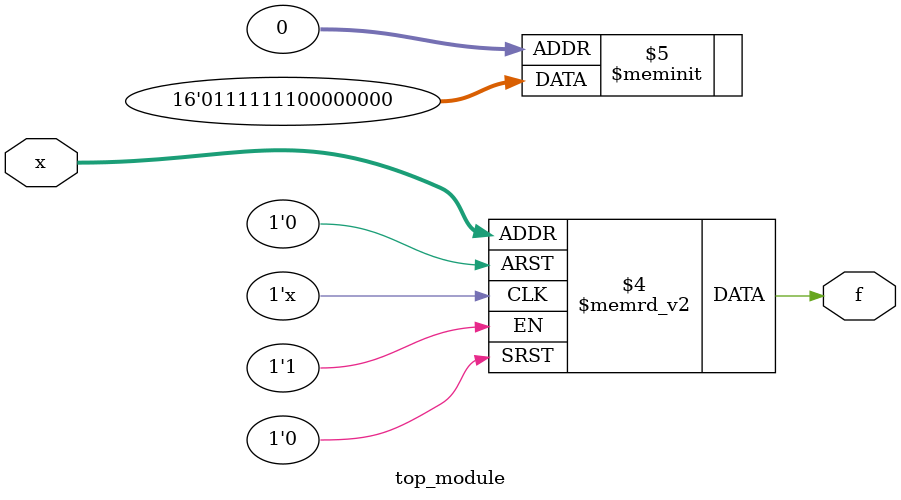
<source format=sv>
module top_module (
    input [4:1] x,
    output logic f
);

    always @(*) begin
        case (x)
            4'b0010: f = 0;
            4'b0110: f = 0;
            4'b1000: f = 1;
            4'b1001: f = 1;
            4'b1010: f = 1;
            4'b1011: f = 1;
            4'b1100: f = 1;
            4'b1101: f = 1;
            4'b1110: f = 1;
            default: f = 0; // Handle don't-cares and other unspecified inputs
        endcase
    end

endmodule

</source>
